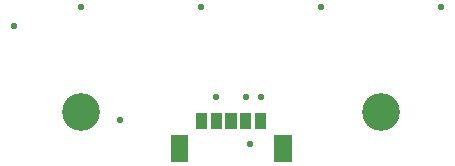
<source format=gbs>
G04 --- HEADER BEGIN --- *
G04 #@! TF.GenerationSoftware,LibrePCB,LibrePCB,1.1.0*
G04 #@! TF.CreationDate,2024-04-23T21:30:37*
G04 #@! TF.ProjectId,interfaceboard,7d1f5418-6340-4453-96b2-d8471fb3e645,version_1*
G04 #@! TF.Part,Single*
G04 #@! TF.SameCoordinates*
G04 #@! TF.FileFunction,Soldermask,Bot*
G04 #@! TF.FilePolarity,Negative*
%FSLAX66Y66*%
%MOMM*%
G01*
G75*
G04 --- HEADER END --- *
G04 --- APERTURE LIST BEGIN --- *
%ADD10C,0.01*%
%ADD11C,0.5532*%
%ADD12C,3.2032*%
G04 --- APERTURE LIST END --- *
G04 --- BOARD BEGIN --- *
D10*
G04 #@! TO.C,J1*
G36*
X43043800Y43786200D02*
X44496200Y43786200D01*
X44496200Y41483800D01*
X43043800Y41483800D01*
X43043800Y43786200D01*
G37*
G36*
X37643800Y45606200D02*
X38596200Y45606200D01*
X38596200Y44253800D01*
X37643800Y44253800D01*
X37643800Y45606200D01*
G37*
G36*
X36393800Y45606200D02*
X37346200Y45606200D01*
X37346200Y44253800D01*
X36393800Y44253800D01*
X36393800Y45606200D01*
G37*
G36*
X41393800Y45606200D02*
X42346200Y45606200D01*
X42346200Y44253800D01*
X41393800Y44253800D01*
X41393800Y45606200D01*
G37*
G36*
X38893800Y45606200D02*
X39846200Y45606200D01*
X39846200Y44253800D01*
X38893800Y44253800D01*
X38893800Y45606200D01*
G37*
G36*
X40143800Y45606200D02*
X41096200Y45606200D01*
X41096200Y44253800D01*
X40143800Y44253800D01*
X40143800Y45606200D01*
G37*
G36*
X34243800Y43786200D02*
X35696200Y43786200D01*
X35696200Y41483800D01*
X34243800Y41483800D01*
X34243800Y43786200D01*
G37*
D11*
G04 #@! TD*
X57150000Y54610000D03*
X26670000Y54610000D03*
X40640000Y46990000D03*
X46990000Y54610000D03*
X21000000Y53000000D03*
X41910000Y46990000D03*
X38100000Y46990000D03*
X30000000Y45000000D03*
X41000000Y43000000D03*
X36830000Y54610000D03*
D12*
X52070000Y45720000D03*
X26670000Y45720000D03*
G04 --- BOARD END --- *
G04 #@! TF.MD5,889093d028f49cf18038ee8eeacc23c5*
M02*

</source>
